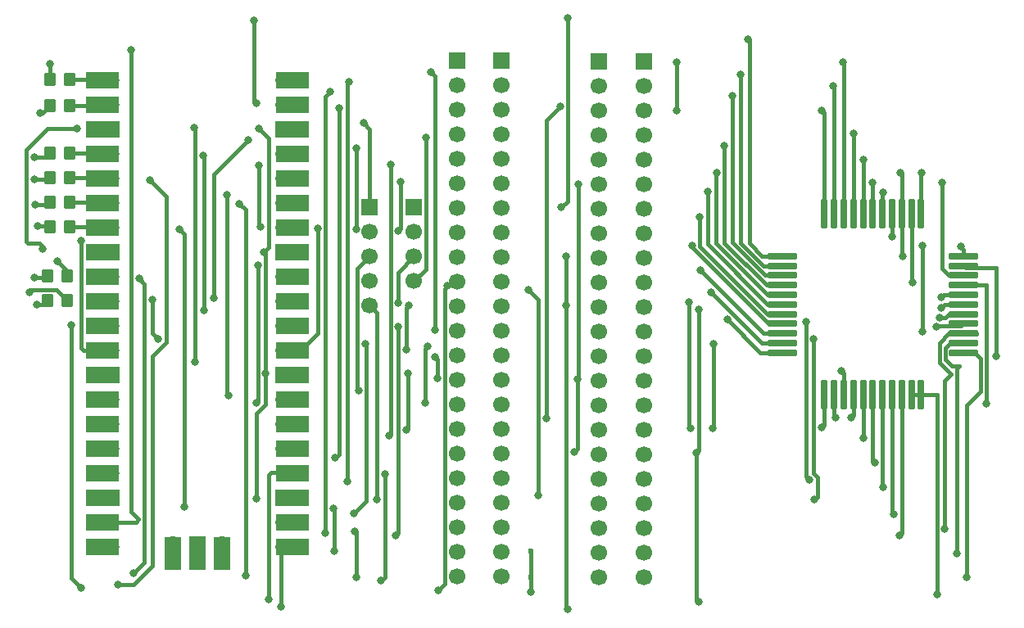
<source format=gbr>
%TF.GenerationSoftware,KiCad,Pcbnew,9.0.3-1.fc42*%
%TF.CreationDate,2025-11-28T05:18:47+00:00*%
%TF.ProjectId,qfp_1mm_44_pin,7166705f-316d-46d5-9f34-345f70696e2e,rev?*%
%TF.SameCoordinates,Original*%
%TF.FileFunction,Copper,L1,Top*%
%TF.FilePolarity,Positive*%
%FSLAX46Y46*%
G04 Gerber Fmt 4.6, Leading zero omitted, Abs format (unit mm)*
G04 Created by KiCad (PCBNEW 9.0.3-1.fc42) date 2025-11-28 05:18:47*
%MOMM*%
%LPD*%
G01*
G04 APERTURE LIST*
G04 Aperture macros list*
%AMRoundRect*
0 Rectangle with rounded corners*
0 $1 Rounding radius*
0 $2 $3 $4 $5 $6 $7 $8 $9 X,Y pos of 4 corners*
0 Add a 4 corners polygon primitive as box body*
4,1,4,$2,$3,$4,$5,$6,$7,$8,$9,$2,$3,0*
0 Add four circle primitives for the rounded corners*
1,1,$1+$1,$2,$3*
1,1,$1+$1,$4,$5*
1,1,$1+$1,$6,$7*
1,1,$1+$1,$8,$9*
0 Add four rect primitives between the rounded corners*
20,1,$1+$1,$2,$3,$4,$5,0*
20,1,$1+$1,$4,$5,$6,$7,0*
20,1,$1+$1,$6,$7,$8,$9,0*
20,1,$1+$1,$8,$9,$2,$3,0*%
G04 Aperture macros list end*
%TA.AperFunction,SMDPad,CuDef*%
%ADD10RoundRect,0.105000X-1.395000X-0.245000X1.395000X-0.245000X1.395000X0.245000X-1.395000X0.245000X0*%
%TD*%
%TA.AperFunction,SMDPad,CuDef*%
%ADD11RoundRect,0.105000X0.245000X-1.395000X0.245000X1.395000X-0.245000X1.395000X-0.245000X-1.395000X0*%
%TD*%
%TA.AperFunction,SMDPad,CuDef*%
%ADD12RoundRect,0.105000X1.395000X0.245000X-1.395000X0.245000X-1.395000X-0.245000X1.395000X-0.245000X0*%
%TD*%
%TA.AperFunction,SMDPad,CuDef*%
%ADD13RoundRect,0.105000X-0.245000X1.395000X-0.245000X-1.395000X0.245000X-1.395000X0.245000X1.395000X0*%
%TD*%
%TA.AperFunction,SMDPad,CuDef*%
%ADD14R,1.700000X3.500000*%
%TD*%
%TA.AperFunction,ComponentPad*%
%ADD15O,1.700000X1.700000*%
%TD*%
%TA.AperFunction,ComponentPad*%
%ADD16R,1.700000X1.700000*%
%TD*%
%TA.AperFunction,SMDPad,CuDef*%
%ADD17R,3.500000X1.700000*%
%TD*%
%TA.AperFunction,SMDPad,CuDef*%
%ADD18RoundRect,0.250000X-0.350000X-0.450000X0.350000X-0.450000X0.350000X0.450000X-0.350000X0.450000X0*%
%TD*%
%TA.AperFunction,ComponentPad*%
%ADD19C,1.700000*%
%TD*%
%TA.AperFunction,ViaPad*%
%ADD20C,0.800000*%
%TD*%
%TA.AperFunction,ViaPad*%
%ADD21C,0.600000*%
%TD*%
%TA.AperFunction,Conductor*%
%ADD22C,0.400000*%
%TD*%
G04 APERTURE END LIST*
D10*
%TO.P,U2,1,D6*%
%TO.N,D6*%
X173275000Y-84100000D03*
%TO.P,U2,2,nc*%
%TO.N,Net-(J3-Pin_21)*%
X173275000Y-83100000D03*
%TO.P,U2,3,D7*%
%TO.N,D7*%
X173275000Y-82100000D03*
%TO.P,U2,4,/RD_/CE*%
%TO.N,CE*%
X173275000Y-81100000D03*
%TO.P,U2,5,nc*%
%TO.N,Net-(J3-Pin_18)*%
X173275000Y-80100000D03*
%TO.P,U2,6,A10*%
%TO.N,A10*%
X173275000Y-79100000D03*
%TO.P,U2,7,nc*%
%TO.N,Net-(J3-Pin_16)*%
X173275000Y-78100000D03*
%TO.P,U2,8,/OE*%
%TO.N,OE*%
X173275000Y-77100000D03*
%TO.P,U2,9,A11*%
%TO.N,A11*%
X173275000Y-76100000D03*
%TO.P,U2,10,nc*%
%TO.N,Net-(J3-Pin_13)*%
X173275000Y-75100000D03*
%TO.P,U2,11,A9*%
%TO.N,A9*%
X173275000Y-74100000D03*
D11*
%TO.P,U2,12,A8*%
%TO.N,A8*%
X168900000Y-69725000D03*
%TO.P,U2,13,A13*%
%TO.N,A13*%
X167900000Y-69725000D03*
%TO.P,U2,14,A8_(2)*%
%TO.N,A8*%
X166900000Y-69725000D03*
%TO.P,U2,15,A14*%
%TO.N,A14*%
X165900000Y-69725000D03*
%TO.P,U2,16,VCC*%
%TO.N,+5V*%
X164900000Y-69725000D03*
%TO.P,U2,17,A11*%
%TO.N,A11*%
X163900000Y-69725000D03*
%TO.P,U2,18,/CS?*%
%TO.N,CSB*%
X162900000Y-69725000D03*
%TO.P,U2,19,/CS?*%
%TO.N,CSA*%
X161900000Y-69725000D03*
%TO.P,U2,20,A12*%
%TO.N,A12*%
X160900000Y-69725000D03*
%TO.P,U2,21,A7*%
%TO.N,A7*%
X159900000Y-69725000D03*
%TO.P,U2,22,A12_(2)*%
%TO.N,A12*%
X158900000Y-69725000D03*
D12*
%TO.P,U2,23,A6*%
%TO.N,A6*%
X154525000Y-74100000D03*
%TO.P,U2,24,A5*%
%TO.N,A5*%
X154525000Y-75100000D03*
%TO.P,U2,25,A4*%
%TO.N,A4*%
X154525000Y-76100000D03*
%TO.P,U2,26,nc*%
%TO.N,Net-(J1-Pin_4)*%
X154525000Y-77100000D03*
%TO.P,U2,27,A3*%
%TO.N,A3*%
X154525000Y-78100000D03*
%TO.P,U2,28,nc*%
%TO.N,Net-(J1-Pin_6)*%
X154525000Y-79100000D03*
%TO.P,U2,29,A2*%
%TO.N,A2*%
X154525000Y-80100000D03*
%TO.P,U2,30,A1*%
%TO.N,A1*%
X154525000Y-81100000D03*
%TO.P,U2,31,nc*%
%TO.N,Net-(J1-Pin_9)*%
X154525000Y-82100000D03*
%TO.P,U2,32,A0*%
%TO.N,A0*%
X154525000Y-83100000D03*
%TO.P,U2,33,nc*%
%TO.N,Net-(J1-Pin_11)*%
X154525000Y-84100000D03*
D13*
%TO.P,U2,34,D0*%
%TO.N,D0*%
X158900000Y-88475000D03*
%TO.P,U2,35,D2*%
%TO.N,D2*%
X159900000Y-88475000D03*
%TO.P,U2,36,D1*%
%TO.N,D1*%
X160900000Y-88475000D03*
%TO.P,U2,37,D2*%
%TO.N,D2*%
X161900000Y-88475000D03*
%TO.P,U2,38,GND*%
%TO.N,GND*%
X162900000Y-88475000D03*
%TO.P,U2,39,nc*%
%TO.N,Net-(J1-Pin_17)*%
X163900000Y-88475000D03*
%TO.P,U2,40,D3*%
%TO.N,D3*%
X164900000Y-88475000D03*
%TO.P,U2,41,/CE3?*%
%TO.N,CE3*%
X165900000Y-88475000D03*
%TO.P,U2,42,D4*%
%TO.N,D4*%
X166900000Y-88475000D03*
%TO.P,U2,43,D5*%
%TO.N,D5*%
X167900000Y-88475000D03*
%TO.P,U2,44,D5(2)*%
X168900000Y-88475000D03*
%TD*%
D14*
%TO.P,U1,43,SWDIO*%
%TO.N,unconnected-(U1-SWDIO-Pad43)*%
X96630000Y-104820000D03*
D15*
X96630000Y-103920000D03*
D14*
%TO.P,U1,42,GND*%
%TO.N,unconnected-(U1-GND-Pad42)*%
X94090000Y-104820000D03*
D16*
X94090000Y-103920000D03*
D15*
%TO.P,U1,41,SWCLK*%
%TO.N,unconnected-(U1-SWCLK-Pad41)*%
X91550000Y-103920000D03*
D14*
X91550000Y-104820000D03*
D17*
%TO.P,U1,40,VBUS*%
%TO.N,unconnected-(U1-VBUS-Pad40)*%
X103880000Y-55890000D03*
D15*
X102980000Y-55890000D03*
%TO.P,U1,39,VSYS*%
%TO.N,+5V*%
X102980000Y-58430000D03*
D17*
X103880000Y-58430000D03*
D16*
%TO.P,U1,38,GND*%
%TO.N,GND*%
X102980000Y-60970000D03*
D17*
X103880000Y-60970000D03*
D15*
%TO.P,U1,37,3V3_EN*%
%TO.N,unconnected-(U1-3V3_EN-Pad37)*%
X102980000Y-63510000D03*
D17*
X103880000Y-63510000D03*
%TO.P,U1,36,3V3*%
%TO.N,unconnected-(U1-3V3-Pad36)*%
X103880000Y-66050000D03*
D15*
X102980000Y-66050000D03*
%TO.P,U1,35,ADC_VREF*%
%TO.N,unconnected-(U1-ADC_VREF-Pad35)*%
X102980000Y-68590000D03*
D17*
X103880000Y-68590000D03*
D15*
%TO.P,U1,34,GPIO28_ADC2*%
%TO.N,Net-(J5-Pin_2)*%
X102980000Y-71130000D03*
D17*
X103880000Y-71130000D03*
D16*
%TO.P,U1,33,AGND*%
%TO.N,GND*%
X102980000Y-73670000D03*
D17*
X103880000Y-73670000D03*
%TO.P,U1,32,GPIO27_ADC1*%
%TO.N,Net-(J5-Pin_3)*%
X103880000Y-76210000D03*
D15*
X102980000Y-76210000D03*
D17*
%TO.P,U1,31,GPIO26_ADC0*%
%TO.N,Net-(J5-Pin_4)*%
X103880000Y-78750000D03*
D15*
X102980000Y-78750000D03*
%TO.P,U1,30,RUN*%
%TO.N,unconnected-(U1-RUN-Pad30)*%
X102980000Y-81290000D03*
D17*
X103880000Y-81290000D03*
%TO.P,U1,29,GPIO22*%
%TO.N,A14*%
X103880000Y-83830000D03*
D15*
X102980000Y-83830000D03*
D17*
%TO.P,U1,28,GND*%
%TO.N,GND*%
X103880000Y-86370000D03*
D16*
X102980000Y-86370000D03*
D17*
%TO.P,U1,27,GPIO21*%
%TO.N,A13*%
X103880000Y-88910000D03*
D15*
X102980000Y-88910000D03*
%TO.P,U1,26,GPIO20*%
%TO.N,A12*%
X102980000Y-91450000D03*
D17*
X103880000Y-91450000D03*
D15*
%TO.P,U1,25,GPIO19*%
%TO.N,A11*%
X102980000Y-93990000D03*
D17*
X103880000Y-93990000D03*
%TO.P,U1,24,GPIO18*%
%TO.N,A10*%
X103880000Y-96530000D03*
D15*
X102980000Y-96530000D03*
D16*
%TO.P,U1,23,GND*%
%TO.N,GND*%
X102980000Y-99070000D03*
D17*
X103880000Y-99070000D03*
D15*
%TO.P,U1,22,GPIO17*%
%TO.N,A9*%
X102980000Y-101610000D03*
D17*
X103880000Y-101610000D03*
D15*
%TO.P,U1,21,GPIO16*%
%TO.N,A8*%
X102980000Y-104150000D03*
D17*
X103880000Y-104150000D03*
D15*
%TO.P,U1,20,GPIO15*%
%TO.N,A7*%
X85200000Y-104150000D03*
D17*
X84300000Y-104150000D03*
%TO.P,U1,19,GPIO14*%
%TO.N,A6*%
X84300000Y-101610000D03*
D15*
X85200000Y-101610000D03*
D16*
%TO.P,U1,18,GND*%
%TO.N,GND*%
X85200000Y-99070000D03*
D17*
X84300000Y-99070000D03*
D15*
%TO.P,U1,17,GPIO13*%
%TO.N,A5*%
X85200000Y-96530000D03*
D17*
X84300000Y-96530000D03*
D15*
%TO.P,U1,16,GPIO12*%
%TO.N,A4*%
X85200000Y-93990000D03*
D17*
X84300000Y-93990000D03*
%TO.P,U1,15,GPIO11*%
%TO.N,A3*%
X84300000Y-91450000D03*
D15*
X85200000Y-91450000D03*
%TO.P,U1,14,GPIO10*%
%TO.N,A2*%
X85200000Y-88910000D03*
D17*
X84300000Y-88910000D03*
%TO.P,U1,13,GND*%
%TO.N,GND*%
X84300000Y-86370000D03*
D16*
X85200000Y-86370000D03*
D17*
%TO.P,U1,12,GPIO9*%
%TO.N,A1*%
X84300000Y-83830000D03*
D15*
X85200000Y-83830000D03*
%TO.P,U1,11,GPIO8*%
%TO.N,A0*%
X85200000Y-81290000D03*
D17*
X84300000Y-81290000D03*
%TO.P,U1,10,GPIO7*%
%TO.N,Net-(U1-GPIO7)*%
X84300000Y-78750000D03*
D15*
X85200000Y-78750000D03*
%TO.P,U1,9,GPIO6*%
%TO.N,Net-(U1-GPIO6)*%
X85200000Y-76210000D03*
D17*
X84300000Y-76210000D03*
%TO.P,U1,8,GND*%
%TO.N,GND*%
X84300000Y-73670000D03*
D16*
X85200000Y-73670000D03*
D15*
%TO.P,U1,7,GPIO5*%
%TO.N,Net-(U1-GPIO5)*%
X85200000Y-71130000D03*
D17*
X84300000Y-71130000D03*
%TO.P,U1,6,GPIO4*%
%TO.N,Net-(U1-GPIO4)*%
X84300000Y-68590000D03*
D15*
X85200000Y-68590000D03*
D17*
%TO.P,U1,5,GPIO3*%
%TO.N,Net-(U1-GPIO3)*%
X84300000Y-66050000D03*
D15*
X85200000Y-66050000D03*
D17*
%TO.P,U1,4,GPIO2*%
%TO.N,Net-(U1-GPIO2)*%
X84300000Y-63510000D03*
D15*
X85200000Y-63510000D03*
D16*
%TO.P,U1,3,GND*%
%TO.N,GND*%
X85200000Y-60970000D03*
D17*
X84300000Y-60970000D03*
%TO.P,U1,2,GPIO1*%
%TO.N,Net-(U1-GPIO1)*%
X84300000Y-58430000D03*
D15*
X85200000Y-58430000D03*
D17*
%TO.P,U1,1,GPIO0*%
%TO.N,Net-(U1-GPIO0)*%
X84300000Y-55890000D03*
D15*
X85200000Y-55890000D03*
%TD*%
D18*
%TO.P,R8,2*%
%TO.N,Net-(U1-GPIO7)*%
X80613000Y-78740000D03*
%TO.P,R8,1*%
%TO.N,D7*%
X78613000Y-78740000D03*
%TD*%
%TO.P,R1,2*%
%TO.N,Net-(U1-GPIO0)*%
X80883000Y-55880000D03*
%TO.P,R1,1*%
%TO.N,D0*%
X78883000Y-55880000D03*
%TD*%
%TO.P,R5,2*%
%TO.N,Net-(U1-GPIO4)*%
X80867000Y-68580000D03*
%TO.P,R5,1*%
%TO.N,D4*%
X78867000Y-68580000D03*
%TD*%
%TO.P,R6,2*%
%TO.N,Net-(U1-GPIO5)*%
X80867000Y-71120000D03*
%TO.P,R6,1*%
%TO.N,D5*%
X78867000Y-71120000D03*
%TD*%
%TO.P,R7,2*%
%TO.N,Net-(U1-GPIO6)*%
X80613000Y-76200000D03*
%TO.P,R7,1*%
%TO.N,D6*%
X78613000Y-76200000D03*
%TD*%
%TO.P,R2,2*%
%TO.N,Net-(U1-GPIO1)*%
X80883000Y-58547000D03*
%TO.P,R2,1*%
%TO.N,D1*%
X78883000Y-58547000D03*
%TD*%
%TO.P,R3,2*%
%TO.N,Net-(U1-GPIO2)*%
X80867000Y-63500000D03*
%TO.P,R3,1*%
%TO.N,D2*%
X78867000Y-63500000D03*
%TD*%
%TO.P,R4,2*%
%TO.N,Net-(U1-GPIO3)*%
X80867000Y-66040000D03*
%TO.P,R4,1*%
%TO.N,D3*%
X78867000Y-66040000D03*
%TD*%
D16*
%TO.P,J6,1,Pin_1*%
%TO.N,CSA*%
X111890000Y-69080000D03*
D19*
%TO.P,J6,2,Pin_2*%
%TO.N,CSB*%
X111890000Y-71620000D03*
%TO.P,J6,3,Pin_3*%
%TO.N,OE*%
X111890000Y-74160000D03*
%TO.P,J6,4,Pin_4*%
%TO.N,CE*%
X111890000Y-76700000D03*
%TO.P,J6,5,Pin_5*%
%TO.N,CE3*%
X111890000Y-79240000D03*
%TD*%
D16*
%TO.P,J5,1,Pin_1*%
%TO.N,unconnected-(J5-Pin_1-Pad1)*%
X116480000Y-69080000D03*
D19*
%TO.P,J5,2,Pin_2*%
%TO.N,Net-(J5-Pin_2)*%
X116480000Y-71620000D03*
%TO.P,J5,3,Pin_3*%
%TO.N,Net-(J5-Pin_3)*%
X116480000Y-74160000D03*
%TO.P,J5,4,Pin_4*%
%TO.N,Net-(J5-Pin_4)*%
X116480000Y-76700000D03*
%TD*%
D16*
%TO.P,J4,1,Pin_1*%
%TO.N,A12*%
X140210000Y-53960000D03*
D19*
%TO.P,J4,2,Pin_2*%
%TO.N,A7*%
X140210000Y-56500000D03*
%TO.P,J4,3,Pin_3*%
%TO.N,A12*%
X140210000Y-59040000D03*
%TO.P,J4,4,Pin_4*%
%TO.N,CSA*%
X140210000Y-61580000D03*
%TO.P,J4,5,Pin_5*%
%TO.N,CSB*%
X140210000Y-64120000D03*
%TO.P,J4,6,Pin_6*%
%TO.N,A11*%
X140210000Y-66660000D03*
%TO.P,J4,7,Pin_7*%
%TO.N,+5V*%
X140210000Y-69200000D03*
%TO.P,J4,8,Pin_8*%
%TO.N,A14*%
X140210000Y-71740000D03*
%TO.P,J4,9,Pin_9*%
%TO.N,A8*%
X140210000Y-74280000D03*
%TO.P,J4,10,Pin_10*%
%TO.N,A13*%
X140210000Y-76820000D03*
%TO.P,J4,11,Pin_11*%
%TO.N,A8*%
X140210000Y-79360000D03*
%TO.P,J4,12,Pin_12*%
%TO.N,A9*%
X140210000Y-81900000D03*
%TO.P,J4,13,Pin_13*%
%TO.N,Net-(J3-Pin_13)*%
X140210000Y-84440000D03*
%TO.P,J4,14,Pin_14*%
%TO.N,A11*%
X140210000Y-86980000D03*
%TO.P,J4,15,Pin_15*%
%TO.N,OE*%
X140210000Y-89520000D03*
%TO.P,J4,16,Pin_16*%
%TO.N,Net-(J3-Pin_16)*%
X140210000Y-92060000D03*
%TO.P,J4,17,Pin_17*%
%TO.N,A10*%
X140210000Y-94600000D03*
%TO.P,J4,18,Pin_18*%
%TO.N,Net-(J3-Pin_18)*%
X140210000Y-97140000D03*
%TO.P,J4,19,Pin_19*%
%TO.N,CE*%
X140210000Y-99680000D03*
%TO.P,J4,20,Pin_20*%
%TO.N,D7*%
X140210000Y-102220000D03*
%TO.P,J4,21,Pin_21*%
%TO.N,Net-(J3-Pin_21)*%
X140210000Y-104760000D03*
%TO.P,J4,22,Pin_22*%
%TO.N,D6*%
X140210000Y-107300000D03*
%TD*%
D16*
%TO.P,J3,1,Pin_1*%
%TO.N,A12*%
X135620000Y-53960000D03*
D19*
%TO.P,J3,2,Pin_2*%
%TO.N,A7*%
X135620000Y-56500000D03*
%TO.P,J3,3,Pin_3*%
%TO.N,A12*%
X135620000Y-59040000D03*
%TO.P,J3,4,Pin_4*%
%TO.N,CSA*%
X135620000Y-61580000D03*
%TO.P,J3,5,Pin_5*%
%TO.N,CSB*%
X135620000Y-64120000D03*
%TO.P,J3,6,Pin_6*%
%TO.N,A11*%
X135620000Y-66660000D03*
%TO.P,J3,7,Pin_7*%
%TO.N,+5V*%
X135620000Y-69200000D03*
%TO.P,J3,8,Pin_8*%
%TO.N,A14*%
X135620000Y-71740000D03*
%TO.P,J3,9,Pin_9*%
%TO.N,A8*%
X135620000Y-74280000D03*
%TO.P,J3,10,Pin_10*%
%TO.N,A13*%
X135620000Y-76820000D03*
%TO.P,J3,11,Pin_11*%
%TO.N,A8*%
X135620000Y-79360000D03*
%TO.P,J3,12,Pin_12*%
%TO.N,A9*%
X135620000Y-81900000D03*
%TO.P,J3,13,Pin_13*%
%TO.N,Net-(J3-Pin_13)*%
X135620000Y-84440000D03*
%TO.P,J3,14,Pin_14*%
%TO.N,A11*%
X135620000Y-86980000D03*
%TO.P,J3,15,Pin_15*%
%TO.N,OE*%
X135620000Y-89520000D03*
%TO.P,J3,16,Pin_16*%
%TO.N,Net-(J3-Pin_16)*%
X135620000Y-92060000D03*
%TO.P,J3,17,Pin_17*%
%TO.N,A10*%
X135620000Y-94600000D03*
%TO.P,J3,18,Pin_18*%
%TO.N,Net-(J3-Pin_18)*%
X135620000Y-97140000D03*
%TO.P,J3,19,Pin_19*%
%TO.N,CE*%
X135620000Y-99680000D03*
%TO.P,J3,20,Pin_20*%
%TO.N,D7*%
X135620000Y-102220000D03*
%TO.P,J3,21,Pin_21*%
%TO.N,Net-(J3-Pin_21)*%
X135620000Y-104760000D03*
%TO.P,J3,22,Pin_22*%
%TO.N,D6*%
X135620000Y-107300000D03*
%TD*%
D16*
%TO.P,J2,1,Pin_1*%
%TO.N,A6*%
X125520000Y-53900000D03*
D19*
%TO.P,J2,2,Pin_2*%
%TO.N,A5*%
X125520000Y-56440000D03*
%TO.P,J2,3,Pin_3*%
%TO.N,A4*%
X125520000Y-58980000D03*
%TO.P,J2,4,Pin_4*%
%TO.N,Net-(J1-Pin_4)*%
X125520000Y-61520000D03*
%TO.P,J2,5,Pin_5*%
%TO.N,A3*%
X125520000Y-64060000D03*
%TO.P,J2,6,Pin_6*%
%TO.N,Net-(J1-Pin_6)*%
X125520000Y-66600000D03*
%TO.P,J2,7,Pin_7*%
%TO.N,A2*%
X125520000Y-69140000D03*
%TO.P,J2,8,Pin_8*%
%TO.N,A1*%
X125520000Y-71680000D03*
%TO.P,J2,9,Pin_9*%
%TO.N,Net-(J1-Pin_9)*%
X125520000Y-74220000D03*
%TO.P,J2,10,Pin_10*%
%TO.N,A0*%
X125520000Y-76760000D03*
%TO.P,J2,11,Pin_11*%
%TO.N,Net-(J1-Pin_11)*%
X125520000Y-79300000D03*
%TO.P,J2,12,Pin_12*%
%TO.N,D0*%
X125520000Y-81840000D03*
%TO.P,J2,13,Pin_13*%
%TO.N,D2*%
X125520000Y-84380000D03*
%TO.P,J2,14,Pin_14*%
%TO.N,D1*%
X125520000Y-86920000D03*
%TO.P,J2,15,Pin_15*%
%TO.N,D2*%
X125520000Y-89460000D03*
%TO.P,J2,16,Pin_16*%
%TO.N,GND*%
X125520000Y-92000000D03*
%TO.P,J2,17,Pin_17*%
%TO.N,Net-(J1-Pin_17)*%
X125520000Y-94540000D03*
%TO.P,J2,18,Pin_18*%
%TO.N,D3*%
X125520000Y-97080000D03*
%TO.P,J2,19,Pin_19*%
%TO.N,CE3*%
X125520000Y-99620000D03*
%TO.P,J2,20,Pin_20*%
%TO.N,D4*%
X125520000Y-102160000D03*
%TO.P,J2,21,Pin_21*%
%TO.N,D5*%
X125520000Y-104700000D03*
%TO.P,J2,22,Pin_22*%
X125520000Y-107240000D03*
%TD*%
D16*
%TO.P,J1,1,Pin_1*%
%TO.N,A6*%
X120930000Y-53900000D03*
D19*
%TO.P,J1,2,Pin_2*%
%TO.N,A5*%
X120930000Y-56440000D03*
%TO.P,J1,3,Pin_3*%
%TO.N,A4*%
X120930000Y-58980000D03*
%TO.P,J1,4,Pin_4*%
%TO.N,Net-(J1-Pin_4)*%
X120930000Y-61520000D03*
%TO.P,J1,5,Pin_5*%
%TO.N,A3*%
X120930000Y-64060000D03*
%TO.P,J1,6,Pin_6*%
%TO.N,Net-(J1-Pin_6)*%
X120930000Y-66600000D03*
%TO.P,J1,7,Pin_7*%
%TO.N,A2*%
X120930000Y-69140000D03*
%TO.P,J1,8,Pin_8*%
%TO.N,A1*%
X120930000Y-71680000D03*
%TO.P,J1,9,Pin_9*%
%TO.N,Net-(J1-Pin_9)*%
X120930000Y-74220000D03*
%TO.P,J1,10,Pin_10*%
%TO.N,A0*%
X120930000Y-76760000D03*
%TO.P,J1,11,Pin_11*%
%TO.N,Net-(J1-Pin_11)*%
X120930000Y-79300000D03*
%TO.P,J1,12,Pin_12*%
%TO.N,D0*%
X120930000Y-81840000D03*
%TO.P,J1,13,Pin_13*%
%TO.N,D2*%
X120930000Y-84380000D03*
%TO.P,J1,14,Pin_14*%
%TO.N,D1*%
X120930000Y-86920000D03*
%TO.P,J1,15,Pin_15*%
%TO.N,D2*%
X120930000Y-89460000D03*
%TO.P,J1,16,Pin_16*%
%TO.N,GND*%
X120930000Y-92000000D03*
%TO.P,J1,17,Pin_17*%
%TO.N,Net-(J1-Pin_17)*%
X120930000Y-94540000D03*
%TO.P,J1,18,Pin_18*%
%TO.N,D3*%
X120930000Y-97080000D03*
%TO.P,J1,19,Pin_19*%
%TO.N,CE3*%
X120930000Y-99620000D03*
%TO.P,J1,20,Pin_20*%
%TO.N,D4*%
X120930000Y-102160000D03*
%TO.P,J1,21,Pin_21*%
%TO.N,D5*%
X120930000Y-104700000D03*
%TO.P,J1,22,Pin_22*%
X120930000Y-107240000D03*
%TD*%
D20*
%TO.N,GND*%
X81661000Y-60960000D03*
X78105000Y-73406000D03*
%TO.N,Net-(U1-GPIO7)*%
X76708000Y-77851000D03*
%TO.N,Net-(U1-GPIO6)*%
X79629000Y-74676000D03*
%TO.N,D1*%
X77851000Y-59309000D03*
%TO.N,D2*%
X77216000Y-63881000D03*
%TO.N,D3*%
X77216000Y-66167000D03*
%TO.N,D4*%
X77343000Y-68834000D03*
%TO.N,D5*%
X77597000Y-70993000D03*
%TO.N,D6*%
X77216000Y-76327000D03*
%TO.N,D7*%
X77470000Y-79121000D03*
%TO.N,D0*%
X78867000Y-54229000D03*
%TO.N,GND*%
X100457000Y-60960000D03*
%TO.N,+5V*%
X132334000Y-49530000D03*
X131699000Y-69088000D03*
X99949000Y-49784000D03*
X100203000Y-58293000D03*
%TO.N,Net-(J5-Pin_4)*%
X117729000Y-61849000D03*
X99314000Y-62103000D03*
X95758000Y-78486000D03*
%TO.N,Net-(J5-Pin_3)*%
X114846000Y-78994000D03*
%TO.N,GND*%
X100965000Y-73670000D03*
%TO.N,A0*%
X118999000Y-108712000D03*
X82042000Y-108458000D03*
X81026000Y-81280000D03*
X119939085Y-77211000D03*
%TO.N,Net-(J5-Pin_2)*%
X114846000Y-71501000D03*
X100584000Y-71120000D03*
X100457000Y-64770000D03*
X115062000Y-66421000D03*
%TO.N,A1*%
X82058703Y-72475575D03*
%TO.N,D0*%
X118237000Y-55118000D03*
X118618000Y-81788000D03*
%TO.N,D2*%
X115697000Y-83820000D03*
X94742000Y-79756000D03*
X94653000Y-63754000D03*
X115951000Y-79248000D03*
X117856000Y-83439000D03*
X117602000Y-89281000D03*
%TO.N,D1*%
X118618000Y-84582000D03*
X118872000Y-86741000D03*
X93853000Y-85090000D03*
X93726000Y-60833000D03*
%TO.N,GND*%
X100203000Y-99187000D03*
X101130000Y-86233000D03*
X115824000Y-86233000D03*
X115697000Y-92075000D03*
%TO.N,A10*%
X145923000Y-109893000D03*
X101473000Y-109601000D03*
%TO.N,CE*%
X128270000Y-77597000D03*
X129286000Y-98820000D03*
%TO.N,A11*%
X133007000Y-94361000D03*
X133350000Y-86868000D03*
X133477000Y-66675000D03*
%TO.N,A8*%
X102743000Y-110363000D03*
X132334000Y-110617000D03*
%TO.N,A13*%
X100330000Y-75057000D03*
X100203000Y-89281000D03*
%TO.N,A14*%
X106515000Y-71247000D03*
%TO.N,A9*%
X114846000Y-81407000D03*
X114554000Y-102997000D03*
%TO.N,D3*%
X85852000Y-108077000D03*
X113449000Y-96647000D03*
X89154000Y-66294000D03*
X113030000Y-107696000D03*
%TO.N,CE3*%
X112649000Y-99314000D03*
%TO.N,D4*%
X99060000Y-107188000D03*
X98425000Y-68707000D03*
X110363000Y-102616000D03*
X110490000Y-107315000D03*
%TO.N,D7*%
X90043000Y-82677000D03*
X110236000Y-100711000D03*
X111439000Y-83185000D03*
X89412000Y-78613000D03*
%TO.N,D5*%
X92202000Y-71374000D03*
X92710000Y-100076000D03*
X108204000Y-104648000D03*
X108115000Y-100203000D03*
%TO.N,D6*%
X88049000Y-76454000D03*
X87503000Y-106934000D03*
%TO.N,A2*%
X97282000Y-88519000D03*
X97155000Y-67818000D03*
%TO.N,OE*%
X110744000Y-88011000D03*
%TO.N,A12*%
X131572000Y-58674000D03*
X130175000Y-90932000D03*
%TO.N,A7*%
X107823000Y-57150000D03*
X107315000Y-102743000D03*
%TO.N,A3*%
X114046000Y-64643000D03*
X113919000Y-92710000D03*
%TO.N,A4*%
X108712000Y-58801000D03*
X108331000Y-94996000D03*
%TO.N,A5*%
X109601000Y-97409000D03*
X109728000Y-56134000D03*
%TO.N,A6*%
X87249000Y-52832000D03*
%TO.N,D0*%
X147320000Y-91948000D03*
X158623000Y-91821000D03*
X147447000Y-83185000D03*
%TO.N,D2*%
X160020000Y-90805000D03*
%TO.N,D1*%
X160655000Y-85979000D03*
%TO.N,D2*%
X161671000Y-90805000D03*
%TO.N,GND*%
X162941000Y-92964000D03*
%TO.N,Net-(J1-Pin_17)*%
X164100000Y-95504000D03*
%TO.N,D3*%
X164973000Y-98044000D03*
%TO.N,CE3*%
X166100000Y-100838000D03*
%TO.N,D4*%
X166624000Y-103020000D03*
%TO.N,D5*%
X128524000Y-108839000D03*
X170561000Y-109093000D03*
%TO.N,D7*%
X171323000Y-102362000D03*
%TO.N,Net-(J3-Pin_21)*%
X172593000Y-104902000D03*
%TO.N,D6*%
X173609000Y-107315000D03*
%TO.N,CE*%
X170428698Y-81420235D03*
X157772000Y-82700000D03*
X157861000Y-99314000D03*
%TO.N,Net-(J3-Pin_18)*%
X156972000Y-80899000D03*
X157353000Y-97282000D03*
X170800578Y-80491951D03*
%TO.N,A10*%
X145923000Y-79671000D03*
X170942000Y-79502000D03*
X145669000Y-94488000D03*
%TO.N,Net-(J3-Pin_16)*%
X144907000Y-78871000D03*
X170942000Y-78359000D03*
X145034000Y-91948000D03*
%TO.N,OE*%
X175641000Y-89408000D03*
%TO.N,Net-(J3-Pin_13)*%
X176657000Y-84455000D03*
%TO.N,A9*%
X172974000Y-73152000D03*
X169037000Y-81915000D03*
X169037000Y-73025000D03*
%TO.N,A11*%
X171069000Y-66548000D03*
%TO.N,A8*%
X166751000Y-65532000D03*
X168910000Y-65532000D03*
%TO.N,A13*%
X168021000Y-76835000D03*
%TO.N,A8*%
X132207000Y-79248000D03*
X132207000Y-74168000D03*
X167005000Y-74168000D03*
%TO.N,A14*%
X165862000Y-72136000D03*
%TO.N,+5V*%
X164973000Y-67564000D03*
%TO.N,A11*%
X163830000Y-66548000D03*
%TO.N,CSB*%
X162941000Y-64135000D03*
%TO.N,CSA*%
X161925000Y-61468000D03*
%TO.N,A12*%
X160782000Y-54102000D03*
%TO.N,A7*%
X159766000Y-56515000D03*
%TO.N,A12*%
X158623000Y-59055000D03*
%TO.N,Net-(J1-Pin_11)*%
X148844000Y-80645000D03*
%TO.N,A0*%
X147193000Y-77851000D03*
%TO.N,Net-(J1-Pin_9)*%
X146050000Y-75565000D03*
%TO.N,A1*%
X145212000Y-73025000D03*
%TO.N,A2*%
X146012000Y-70104000D03*
%TO.N,Net-(J1-Pin_6)*%
X146812000Y-67437000D03*
%TO.N,A3*%
X147752000Y-65532000D03*
%TO.N,Net-(J1-Pin_4)*%
X148552000Y-62738000D03*
%TO.N,A4*%
X149352000Y-57531000D03*
%TO.N,A5*%
X150241000Y-55372000D03*
%TO.N,A6*%
X151003000Y-51689000D03*
%TO.N,CSA*%
X111252000Y-60325000D03*
%TO.N,CSB*%
X110490000Y-71374000D03*
X110490000Y-62992000D03*
%TO.N,A12*%
X143637000Y-54102000D03*
X143637000Y-59055000D03*
D21*
%TO.N,D5*%
X128524000Y-104648000D03*
X128524000Y-107315000D03*
%TD*%
D22*
%TO.N,GND*%
X76581000Y-72771000D02*
X77724000Y-72771000D01*
X78613000Y-60960000D02*
X78105000Y-61468000D01*
X81661000Y-60960000D02*
X78613000Y-60960000D01*
X78105000Y-61468000D02*
X76415000Y-63158000D01*
X77724000Y-72771000D02*
X78105000Y-73152000D01*
X78105000Y-73152000D02*
X78105000Y-73406000D01*
X76415000Y-63158000D02*
X76415000Y-72605000D01*
X76415000Y-72605000D02*
X76581000Y-72771000D01*
%TO.N,Net-(U1-GPIO7)*%
X76920000Y-77639000D02*
X76708000Y-77851000D01*
X79512000Y-77639000D02*
X76920000Y-77639000D01*
X80613000Y-78740000D02*
X79512000Y-77639000D01*
%TO.N,Net-(U1-GPIO6)*%
X80613000Y-75660000D02*
X79629000Y-74676000D01*
X80613000Y-76200000D02*
X80613000Y-75660000D01*
%TO.N,D1*%
X78121000Y-59309000D02*
X78883000Y-58547000D01*
X77851000Y-59309000D02*
X78121000Y-59309000D01*
%TO.N,D2*%
X77216000Y-63881000D02*
X78486000Y-63881000D01*
X78486000Y-63881000D02*
X78867000Y-63500000D01*
%TO.N,D3*%
X77216000Y-66167000D02*
X78740000Y-66167000D01*
X78740000Y-66167000D02*
X78867000Y-66040000D01*
%TO.N,D4*%
X77343000Y-68834000D02*
X78613000Y-68834000D01*
X78613000Y-68834000D02*
X78867000Y-68580000D01*
%TO.N,D5*%
X78740000Y-70993000D02*
X78867000Y-71120000D01*
X77597000Y-70993000D02*
X78740000Y-70993000D01*
%TO.N,D6*%
X77216000Y-76327000D02*
X78486000Y-76327000D01*
X78486000Y-76327000D02*
X78613000Y-76200000D01*
%TO.N,D7*%
X77470000Y-79121000D02*
X78232000Y-79121000D01*
X78232000Y-79121000D02*
X78613000Y-78740000D01*
%TO.N,Net-(U1-GPIO5)*%
X80867000Y-71120000D02*
X85190000Y-71120000D01*
X85190000Y-71120000D02*
X85200000Y-71130000D01*
%TO.N,Net-(U1-GPIO4)*%
X80867000Y-68580000D02*
X85190000Y-68580000D01*
X85190000Y-68580000D02*
X85200000Y-68590000D01*
%TO.N,Net-(U1-GPIO3)*%
X80867000Y-66040000D02*
X85190000Y-66040000D01*
X85190000Y-66040000D02*
X85200000Y-66050000D01*
%TO.N,Net-(U1-GPIO2)*%
X80867000Y-63500000D02*
X85190000Y-63500000D01*
X85190000Y-63500000D02*
X85200000Y-63510000D01*
%TO.N,Net-(U1-GPIO1)*%
X80883000Y-58547000D02*
X85083000Y-58547000D01*
X85083000Y-58547000D02*
X85200000Y-58430000D01*
%TO.N,Net-(U1-GPIO0)*%
X80883000Y-55880000D02*
X85190000Y-55880000D01*
X85190000Y-55880000D02*
X85200000Y-55890000D01*
%TO.N,D0*%
X78867000Y-54229000D02*
X78867000Y-55864000D01*
X78867000Y-55864000D02*
X78883000Y-55880000D01*
%TO.N,GND*%
X101473000Y-61976000D02*
X101473000Y-73162000D01*
X100457000Y-60960000D02*
X101473000Y-61976000D01*
X101473000Y-73162000D02*
X100965000Y-73670000D01*
%TO.N,+5V*%
X99949000Y-49784000D02*
X99949000Y-58039000D01*
X99949000Y-58039000D02*
X100203000Y-58293000D01*
X132373000Y-68414000D02*
X132373000Y-49569000D01*
X132373000Y-49569000D02*
X132334000Y-49530000D01*
X131699000Y-69088000D02*
X132373000Y-68414000D01*
%TO.N,Net-(J5-Pin_4)*%
X117731000Y-61851000D02*
X117729000Y-61849000D01*
X116480000Y-76700000D02*
X117731000Y-75449000D01*
X95758000Y-65659000D02*
X95758000Y-78486000D01*
X117731000Y-75449000D02*
X117731000Y-61851000D01*
X99314000Y-62103000D02*
X95758000Y-65659000D01*
%TO.N,Net-(J5-Pin_3)*%
X114846000Y-75794000D02*
X114846000Y-78994000D01*
X116480000Y-74160000D02*
X114846000Y-75794000D01*
%TO.N,GND*%
X101130000Y-86233000D02*
X101130000Y-73835000D01*
X101130000Y-73835000D02*
X100965000Y-73670000D01*
%TO.N,A0*%
X119679000Y-108032000D02*
X118999000Y-108712000D01*
X119939085Y-77211000D02*
X119679000Y-77471085D01*
X81026000Y-107442000D02*
X81026000Y-81280000D01*
X82042000Y-108458000D02*
X81026000Y-107442000D01*
X119679000Y-77471085D02*
X119679000Y-108032000D01*
%TO.N,Net-(J5-Pin_2)*%
X115062000Y-71285000D02*
X115062000Y-66421000D01*
X100457000Y-70993000D02*
X100584000Y-71120000D01*
X100457000Y-64770000D02*
X100457000Y-70993000D01*
X114846000Y-71501000D02*
X115062000Y-71285000D01*
%TO.N,A1*%
X82058703Y-72475575D02*
X82058703Y-83569297D01*
X82058703Y-83569297D02*
X82319406Y-83830000D01*
X82319406Y-83830000D02*
X85200000Y-83830000D01*
%TO.N,D0*%
X118618000Y-55499000D02*
X118237000Y-55118000D01*
X118618000Y-81788000D02*
X118618000Y-55499000D01*
%TO.N,D2*%
X115697000Y-79502000D02*
X115951000Y-79248000D01*
X115697000Y-83820000D02*
X115697000Y-79502000D01*
X94742000Y-79756000D02*
X94742000Y-63843000D01*
X94742000Y-63843000D02*
X94653000Y-63754000D01*
X117602000Y-83693000D02*
X117856000Y-83439000D01*
X117602000Y-89281000D02*
X117602000Y-83693000D01*
%TO.N,D1*%
X93853000Y-85090000D02*
X93853000Y-60960000D01*
X118872000Y-84836000D02*
X118618000Y-84582000D01*
X93853000Y-60960000D02*
X93726000Y-60833000D01*
X118872000Y-86741000D02*
X118872000Y-84836000D01*
%TO.N,GND*%
X101130000Y-86233000D02*
X101130000Y-89486786D01*
X100203000Y-90413786D02*
X100203000Y-99187000D01*
X101130000Y-89486786D02*
X100203000Y-90413786D01*
X115824000Y-91948000D02*
X115824000Y-86233000D01*
X115697000Y-92075000D02*
X115824000Y-91948000D01*
%TO.N,A10*%
X101473000Y-109601000D02*
X101473000Y-96774000D01*
X145669000Y-109639000D02*
X145923000Y-109893000D01*
X101473000Y-96774000D02*
X101727000Y-96520000D01*
X145669000Y-94488000D02*
X145669000Y-109639000D01*
X101727000Y-96520000D02*
X102970000Y-96520000D01*
X102970000Y-96520000D02*
X102980000Y-96530000D01*
%TO.N,CE*%
X129286000Y-78613000D02*
X128270000Y-77597000D01*
X129286000Y-98820000D02*
X129286000Y-78613000D01*
%TO.N,A11*%
X133350000Y-94018000D02*
X133007000Y-94361000D01*
X133350000Y-86868000D02*
X133350000Y-94018000D01*
X133477000Y-86741000D02*
X133350000Y-86868000D01*
X133477000Y-66675000D02*
X133477000Y-86741000D01*
%TO.N,A8*%
X132207000Y-79248000D02*
X132207000Y-110490000D01*
X132207000Y-110490000D02*
X132334000Y-110617000D01*
X102743000Y-110363000D02*
X102743000Y-104387000D01*
X102743000Y-104387000D02*
X102980000Y-104150000D01*
%TO.N,A13*%
X100330000Y-75057000D02*
X100330000Y-89154000D01*
X100330000Y-89154000D02*
X100203000Y-89281000D01*
%TO.N,A14*%
X104742000Y-83830000D02*
X102980000Y-83830000D01*
X106515000Y-71247000D02*
X106515000Y-82057000D01*
X106515000Y-82057000D02*
X104742000Y-83830000D01*
%TO.N,A9*%
X114846000Y-81407000D02*
X114846000Y-102705000D01*
X114846000Y-102705000D02*
X114554000Y-102997000D01*
%TO.N,D3*%
X85852000Y-108077000D02*
X87492786Y-108077000D01*
X87492786Y-108077000D02*
X89408000Y-106161786D01*
X89408000Y-84444786D02*
X90844000Y-83008786D01*
X90844000Y-83008786D02*
X90844000Y-67984000D01*
X90844000Y-67984000D02*
X89154000Y-66294000D01*
X89408000Y-106161786D02*
X89408000Y-84444786D01*
X113449000Y-96647000D02*
X113449000Y-107277000D01*
X113449000Y-107277000D02*
X113030000Y-107696000D01*
%TO.N,CE3*%
X112649000Y-99314000D02*
X112649000Y-79999000D01*
X112649000Y-79999000D02*
X111890000Y-79240000D01*
%TO.N,D4*%
X110490000Y-102743000D02*
X110490000Y-107315000D01*
X99060000Y-69342000D02*
X98425000Y-68707000D01*
X110363000Y-102616000D02*
X110490000Y-102743000D01*
X99060000Y-107188000D02*
X99060000Y-69342000D01*
%TO.N,D7*%
X111545000Y-83291000D02*
X111439000Y-83185000D01*
X111545000Y-99402000D02*
X111545000Y-83291000D01*
X90043000Y-82677000D02*
X89412000Y-82046000D01*
X89412000Y-82046000D02*
X89412000Y-78613000D01*
X110236000Y-100711000D02*
X111545000Y-99402000D01*
%TO.N,D5*%
X108204000Y-104648000D02*
X108204000Y-100292000D01*
X92710000Y-100076000D02*
X92710000Y-71882000D01*
X92710000Y-71882000D02*
X92202000Y-71374000D01*
X108204000Y-100292000D02*
X108115000Y-100203000D01*
%TO.N,D6*%
X88612000Y-77017000D02*
X88049000Y-76454000D01*
X88612000Y-105825000D02*
X88612000Y-77017000D01*
X87503000Y-106934000D02*
X88612000Y-105825000D01*
%TO.N,A2*%
X97155000Y-67818000D02*
X97155000Y-88392000D01*
X97155000Y-88392000D02*
X97282000Y-88519000D01*
%TO.N,OE*%
X110639000Y-75411000D02*
X111890000Y-74160000D01*
X110744000Y-88011000D02*
X110639000Y-87906000D01*
X110639000Y-87906000D02*
X110639000Y-75411000D01*
%TO.N,A12*%
X131572000Y-58674000D02*
X130175000Y-60071000D01*
X130175000Y-60071000D02*
X130175000Y-90932000D01*
%TO.N,A7*%
X107823000Y-57150000D02*
X107315000Y-57658000D01*
X107315000Y-57658000D02*
X107315000Y-102743000D01*
%TO.N,A3*%
X114046000Y-64643000D02*
X114046000Y-92583000D01*
X114046000Y-92583000D02*
X113919000Y-92710000D01*
%TO.N,A4*%
X108712000Y-58801000D02*
X108712000Y-94615000D01*
X108712000Y-94615000D02*
X108331000Y-94996000D01*
%TO.N,A5*%
X109601000Y-76581000D02*
X109601000Y-97409000D01*
X109601000Y-56261000D02*
X109601000Y-76581000D01*
X109728000Y-56134000D02*
X109601000Y-56261000D01*
%TO.N,A6*%
X87249000Y-100584000D02*
X88011000Y-101346000D01*
X87249000Y-52832000D02*
X87249000Y-100584000D01*
X88011000Y-101346000D02*
X87747000Y-101610000D01*
X87747000Y-101610000D02*
X85200000Y-101610000D01*
%TO.N,D0*%
X158900000Y-88475000D02*
X158900000Y-91544000D01*
X158900000Y-91544000D02*
X158623000Y-91821000D01*
X147320000Y-91948000D02*
X147447000Y-91821000D01*
X147447000Y-91821000D02*
X147447000Y-83185000D01*
%TO.N,D2*%
X159900000Y-88475000D02*
X159900000Y-90685000D01*
X159900000Y-90685000D02*
X160020000Y-90805000D01*
%TO.N,D1*%
X160900000Y-88475000D02*
X160900000Y-86224000D01*
X160900000Y-86224000D02*
X160655000Y-85979000D01*
%TO.N,D2*%
X161900000Y-88475000D02*
X161900000Y-90576000D01*
X161900000Y-90576000D02*
X161671000Y-90805000D01*
%TO.N,GND*%
X162900000Y-88475000D02*
X162900000Y-92923000D01*
X162900000Y-92923000D02*
X162941000Y-92964000D01*
%TO.N,Net-(J1-Pin_17)*%
X163900000Y-88475000D02*
X163900000Y-95304000D01*
X163900000Y-95304000D02*
X164100000Y-95504000D01*
%TO.N,D3*%
X164900000Y-88475000D02*
X164900000Y-97971000D01*
X164900000Y-97971000D02*
X164973000Y-98044000D01*
%TO.N,CE3*%
X165900000Y-88475000D02*
X165900000Y-100638000D01*
X165900000Y-100638000D02*
X166100000Y-100838000D01*
%TO.N,D4*%
X166900000Y-88475000D02*
X166900000Y-102744000D01*
X166900000Y-102744000D02*
X166624000Y-103020000D01*
%TO.N,D5*%
X168900000Y-88475000D02*
X167900000Y-88475000D01*
X170517000Y-88475000D02*
X170561000Y-88519000D01*
X168900000Y-88475000D02*
X170517000Y-88475000D01*
X170561000Y-88519000D02*
X170522000Y-88558000D01*
X170522000Y-88558000D02*
X170522000Y-109054000D01*
X170522000Y-109054000D02*
X170561000Y-109093000D01*
X128524000Y-108839000D02*
X128524000Y-107315000D01*
%TO.N,D7*%
X171323000Y-86995000D02*
X171323000Y-102362000D01*
X171958000Y-86360000D02*
X171323000Y-86995000D01*
X173275000Y-82100000D02*
X171775000Y-82100000D01*
X171775000Y-82100000D02*
X170773000Y-83102000D01*
X170773000Y-83102000D02*
X170773000Y-85175000D01*
X170773000Y-85175000D02*
X171958000Y-86360000D01*
%TO.N,Net-(J3-Pin_21)*%
X172847000Y-85471000D02*
X172593000Y-85725000D01*
X173275000Y-83100000D02*
X171916498Y-83100000D01*
X171916498Y-83100000D02*
X171374000Y-83642498D01*
X172593000Y-85725000D02*
X172593000Y-104902000D01*
X171374000Y-83642498D02*
X171374000Y-84760000D01*
X171374000Y-84760000D02*
X172085000Y-85471000D01*
X172085000Y-85471000D02*
X172847000Y-85471000D01*
%TO.N,D6*%
X173609000Y-89535000D02*
X173609000Y-107315000D01*
X174345000Y-84100000D02*
X174371000Y-84074000D01*
X173275000Y-84100000D02*
X174345000Y-84100000D01*
X174371000Y-84074000D02*
X175006000Y-84709000D01*
X175006000Y-88138000D02*
X173609000Y-89535000D01*
X175006000Y-84709000D02*
X175006000Y-88138000D01*
%TO.N,D7*%
X174575000Y-82100000D02*
X174625000Y-82150000D01*
X173275000Y-82100000D02*
X174575000Y-82100000D01*
%TO.N,CE*%
X158154000Y-99021000D02*
X157861000Y-99314000D01*
X173031541Y-81343459D02*
X170505474Y-81343459D01*
X158154000Y-96950214D02*
X158154000Y-99021000D01*
X173275000Y-81100000D02*
X173031541Y-81343459D01*
X170505474Y-81343459D02*
X170428698Y-81420235D01*
X157772000Y-82700000D02*
X157772000Y-96568214D01*
X157772000Y-96568214D02*
X158154000Y-96950214D01*
%TO.N,Net-(J3-Pin_18)*%
X171775000Y-80100000D02*
X171383049Y-80491951D01*
X171383049Y-80491951D02*
X170800578Y-80491951D01*
X156972000Y-80899000D02*
X156972000Y-96901000D01*
X156972000Y-96901000D02*
X157353000Y-97282000D01*
%TO.N,A10*%
X173275000Y-79100000D02*
X171344000Y-79100000D01*
X171344000Y-79100000D02*
X170942000Y-79502000D01*
X145923000Y-94234000D02*
X145669000Y-94488000D01*
X145923000Y-79671000D02*
X145923000Y-94234000D01*
%TO.N,Net-(J3-Pin_16)*%
X144907000Y-78871000D02*
X144907000Y-91821000D01*
X144907000Y-91821000D02*
X145034000Y-91948000D01*
X173275000Y-78100000D02*
X171201000Y-78100000D01*
X171201000Y-78100000D02*
X170942000Y-78359000D01*
%TO.N,Net-(J3-Pin_18)*%
X173275000Y-80100000D02*
X171775000Y-80100000D01*
%TO.N,OE*%
X175641000Y-77089000D02*
X175641000Y-89408000D01*
X173275000Y-77100000D02*
X175630000Y-77100000D01*
X175630000Y-77100000D02*
X175641000Y-77089000D01*
%TO.N,Net-(J3-Pin_13)*%
X176657000Y-75311000D02*
X176657000Y-84455000D01*
X173275000Y-75100000D02*
X173486000Y-75311000D01*
X173486000Y-75311000D02*
X176657000Y-75311000D01*
%TO.N,A9*%
X169037000Y-73025000D02*
X169037000Y-81915000D01*
X173275000Y-73453000D02*
X172974000Y-73152000D01*
X173275000Y-74100000D02*
X173275000Y-73453000D01*
%TO.N,A11*%
X171775000Y-76100000D02*
X171069000Y-75394000D01*
X171069000Y-75394000D02*
X171069000Y-66548000D01*
X173275000Y-76100000D02*
X171775000Y-76100000D01*
%TO.N,A8*%
X168900000Y-69725000D02*
X168900000Y-65542000D01*
X168900000Y-65542000D02*
X168910000Y-65532000D01*
X166751000Y-65532000D02*
X166900000Y-65681000D01*
X166900000Y-65681000D02*
X166900000Y-69725000D01*
%TO.N,A13*%
X167900000Y-76714000D02*
X168021000Y-76835000D01*
X167900000Y-69725000D02*
X167900000Y-76714000D01*
%TO.N,A8*%
X132207000Y-74168000D02*
X132207000Y-79248000D01*
X166900000Y-74063000D02*
X167005000Y-74168000D01*
X166900000Y-69725000D02*
X166900000Y-74063000D01*
%TO.N,A14*%
X165900000Y-72098000D02*
X165862000Y-72136000D01*
X165900000Y-69725000D02*
X165900000Y-72098000D01*
%TO.N,+5V*%
X164900000Y-67637000D02*
X164973000Y-67564000D01*
X164900000Y-69725000D02*
X164900000Y-67637000D01*
%TO.N,A11*%
X163900000Y-66618000D02*
X163830000Y-66548000D01*
X163900000Y-69725000D02*
X163900000Y-66618000D01*
%TO.N,CSB*%
X162900000Y-64176000D02*
X162941000Y-64135000D01*
X162900000Y-69725000D02*
X162900000Y-64176000D01*
%TO.N,CSA*%
X161900000Y-61493000D02*
X161925000Y-61468000D01*
X161900000Y-69725000D02*
X161900000Y-61493000D01*
%TO.N,A12*%
X160900000Y-54220000D02*
X160782000Y-54102000D01*
X160900000Y-69725000D02*
X160900000Y-54220000D01*
%TO.N,A7*%
X159900000Y-56649000D02*
X159766000Y-56515000D01*
X159900000Y-69725000D02*
X159900000Y-56649000D01*
%TO.N,A12*%
X158900000Y-59332000D02*
X158623000Y-59055000D01*
X158900000Y-69725000D02*
X158900000Y-59332000D01*
%TO.N,Net-(J1-Pin_11)*%
X154525000Y-84100000D02*
X152299000Y-84100000D01*
X152299000Y-84100000D02*
X148844000Y-80645000D01*
%TO.N,A0*%
X154525000Y-83100000D02*
X152442000Y-83100000D01*
X152442000Y-83100000D02*
X147193000Y-77851000D01*
%TO.N,Net-(J1-Pin_9)*%
X154525000Y-82100000D02*
X152585000Y-82100000D01*
X152585000Y-82100000D02*
X146050000Y-75565000D01*
%TO.N,A1*%
X154525000Y-81100000D02*
X153109000Y-81100000D01*
X153109000Y-81100000D02*
X145212000Y-73203000D01*
X145212000Y-73203000D02*
X145212000Y-73025000D01*
%TO.N,A2*%
X154525000Y-80100000D02*
X153025000Y-80100000D01*
X153025000Y-80100000D02*
X146012000Y-73087000D01*
X146012000Y-73087000D02*
X146012000Y-70104000D01*
%TO.N,Net-(J1-Pin_6)*%
X154525000Y-79100000D02*
X153025000Y-79100000D01*
X153025000Y-79100000D02*
X146812000Y-72887000D01*
X146812000Y-72887000D02*
X146812000Y-67437000D01*
%TO.N,A3*%
X147701000Y-72741768D02*
X147701000Y-68072000D01*
X153059232Y-78100000D02*
X147701000Y-72741768D01*
X154525000Y-78100000D02*
X153059232Y-78100000D01*
X147701000Y-68072000D02*
X147701000Y-65583000D01*
X147701000Y-65583000D02*
X147752000Y-65532000D01*
%TO.N,Net-(J1-Pin_4)*%
X148552000Y-72742826D02*
X148552000Y-62738000D01*
X152909174Y-77100000D02*
X148552000Y-72742826D01*
X154525000Y-77100000D02*
X152909174Y-77100000D01*
%TO.N,A4*%
X154525000Y-76100000D02*
X152759116Y-76100000D01*
X152759116Y-76100000D02*
X149352000Y-72692884D01*
X149352000Y-72692884D02*
X149352000Y-57531000D01*
%TO.N,A5*%
X154525000Y-75100000D02*
X152609058Y-75100000D01*
X152609058Y-75100000D02*
X150241000Y-72731942D01*
X150241000Y-72731942D02*
X150241000Y-55372000D01*
%TO.N,A6*%
X151130000Y-51816000D02*
X151003000Y-51689000D01*
X151130000Y-72771000D02*
X151130000Y-51816000D01*
X154525000Y-74100000D02*
X152459000Y-74100000D01*
X152459000Y-74100000D02*
X151130000Y-72771000D01*
%TO.N,CSA*%
X111890000Y-69080000D02*
X111890000Y-60963000D01*
X111890000Y-60963000D02*
X111252000Y-60325000D01*
%TO.N,CSB*%
X110490000Y-71374000D02*
X110490000Y-62992000D01*
%TO.N,A12*%
X143637000Y-59055000D02*
X143637000Y-54102000D01*
%TO.N,D5*%
X128524000Y-107315000D02*
X128524000Y-104648000D01*
%TD*%
M02*

</source>
